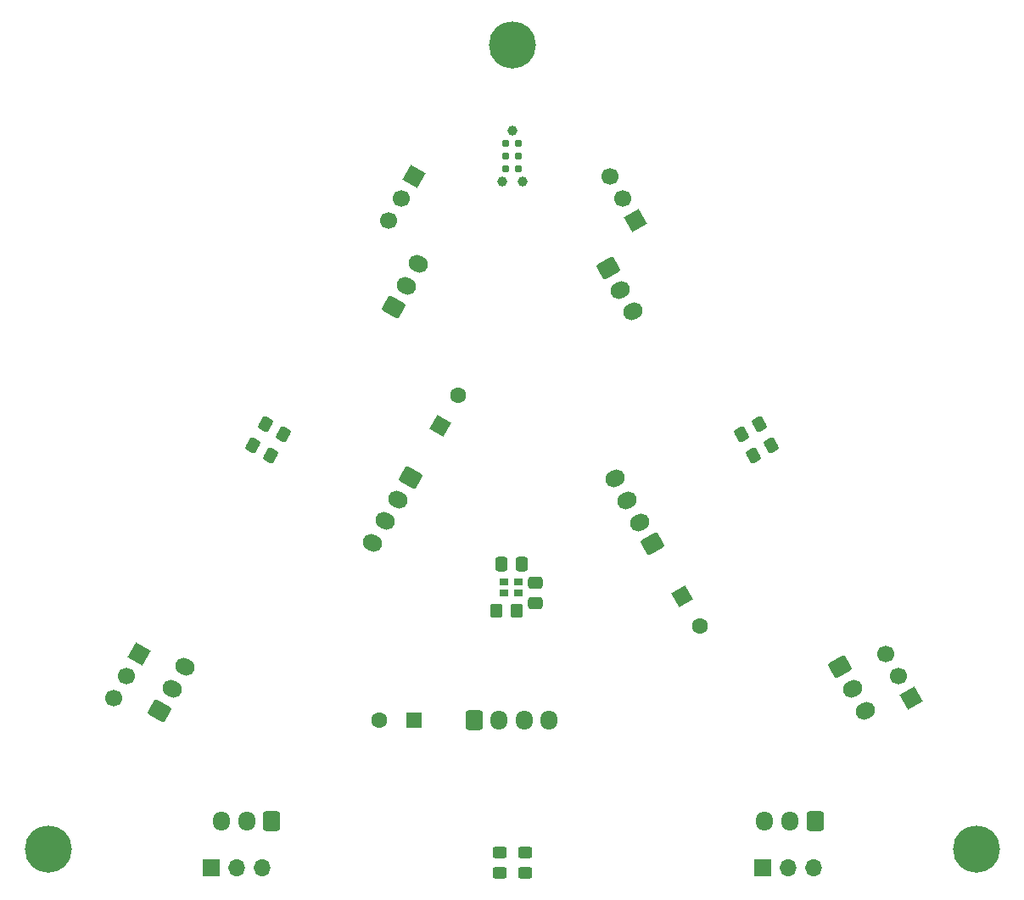
<source format=gbr>
%TF.GenerationSoftware,KiCad,Pcbnew,7.0.7*%
%TF.CreationDate,2023-11-13T09:37:15+01:00*%
%TF.ProjectId,Small,536d616c-6c2e-46b6-9963-61645f706362,rev?*%
%TF.SameCoordinates,Original*%
%TF.FileFunction,Soldermask,Bot*%
%TF.FilePolarity,Negative*%
%FSLAX46Y46*%
G04 Gerber Fmt 4.6, Leading zero omitted, Abs format (unit mm)*
G04 Created by KiCad (PCBNEW 7.0.7) date 2023-11-13 09:37:15*
%MOMM*%
%LPD*%
G01*
G04 APERTURE LIST*
G04 Aperture macros list*
%AMRoundRect*
0 Rectangle with rounded corners*
0 $1 Rounding radius*
0 $2 $3 $4 $5 $6 $7 $8 $9 X,Y pos of 4 corners*
0 Add a 4 corners polygon primitive as box body*
4,1,4,$2,$3,$4,$5,$6,$7,$8,$9,$2,$3,0*
0 Add four circle primitives for the rounded corners*
1,1,$1+$1,$2,$3*
1,1,$1+$1,$4,$5*
1,1,$1+$1,$6,$7*
1,1,$1+$1,$8,$9*
0 Add four rect primitives between the rounded corners*
20,1,$1+$1,$2,$3,$4,$5,0*
20,1,$1+$1,$4,$5,$6,$7,0*
20,1,$1+$1,$6,$7,$8,$9,0*
20,1,$1+$1,$8,$9,$2,$3,0*%
%AMHorizOval*
0 Thick line with rounded ends*
0 $1 width*
0 $2 $3 position (X,Y) of the first rounded end (center of the circle)*
0 $4 $5 position (X,Y) of the second rounded end (center of the circle)*
0 Add line between two ends*
20,1,$1,$2,$3,$4,$5,0*
0 Add two circle primitives to create the rounded ends*
1,1,$1,$2,$3*
1,1,$1,$4,$5*%
%AMRotRect*
0 Rectangle, with rotation*
0 The origin of the aperture is its center*
0 $1 length*
0 $2 width*
0 $3 Rotation angle, in degrees counterclockwise*
0 Add horizontal line*
21,1,$1,$2,0,0,$3*%
G04 Aperture macros list end*
%ADD10RoundRect,0.250000X0.600000X0.725000X-0.600000X0.725000X-0.600000X-0.725000X0.600000X-0.725000X0*%
%ADD11O,1.700000X1.950000*%
%ADD12R,1.700000X1.700000*%
%ADD13O,1.700000X1.700000*%
%ADD14RoundRect,0.250000X0.927868X-0.157115X0.327868X0.882115X-0.927868X0.157115X-0.327868X-0.882115X0*%
%ADD15HorizOval,1.700000X0.108253X0.062500X-0.108253X-0.062500X0*%
%ADD16R,1.600000X1.600000*%
%ADD17C,1.600000*%
%ADD18RoundRect,0.250000X-0.927868X0.157115X-0.327868X-0.882115X0.927868X-0.157115X0.327868X0.882115X0*%
%ADD19HorizOval,1.700000X-0.108253X-0.062500X0.108253X0.062500X0*%
%ADD20RoundRect,0.250000X-0.327868X0.882115X-0.927868X-0.157115X0.327868X-0.882115X0.927868X0.157115X0*%
%ADD21HorizOval,1.700000X-0.108253X0.062500X0.108253X-0.062500X0*%
%ADD22RotRect,1.700000X1.700000X210.000000*%
%ADD23HorizOval,1.700000X0.000000X0.000000X0.000000X0.000000X0*%
%ADD24RotRect,1.600000X1.600000X60.000000*%
%ADD25C,4.700000*%
%ADD26RoundRect,0.250000X-0.600000X-0.725000X0.600000X-0.725000X0.600000X0.725000X-0.600000X0.725000X0*%
%ADD27RoundRect,0.250000X0.327868X-0.882115X0.927868X0.157115X-0.327868X0.882115X-0.927868X-0.157115X0*%
%ADD28RotRect,1.600000X1.600000X300.000000*%
%ADD29RotRect,1.700000X1.700000X330.000000*%
%ADD30HorizOval,1.700000X0.000000X0.000000X0.000000X0.000000X0*%
%ADD31RoundRect,0.250000X-0.056458X-0.552211X0.506458X-0.227211X0.056458X0.552211X-0.506458X0.227211X0*%
%ADD32RoundRect,0.250000X-0.475000X0.337500X-0.475000X-0.337500X0.475000X-0.337500X0.475000X0.337500X0*%
%ADD33RoundRect,0.250000X0.337500X0.475000X-0.337500X0.475000X-0.337500X-0.475000X0.337500X-0.475000X0*%
%ADD34RoundRect,0.250000X0.506458X0.227211X-0.056458X0.552211X-0.506458X-0.227211X0.056458X-0.552211X0*%
%ADD35C,0.990600*%
%ADD36C,0.787400*%
%ADD37R,0.900000X0.800000*%
%ADD38RoundRect,0.250000X0.350000X0.450000X-0.350000X0.450000X-0.350000X-0.450000X0.350000X-0.450000X0*%
%ADD39RoundRect,0.250000X-0.450000X0.325000X-0.450000X-0.325000X0.450000X-0.325000X0.450000X0.325000X0*%
G04 APERTURE END LIST*
D10*
%TO.C,J14*%
X51000000Y-112200000D03*
D11*
X48500000Y-112200000D03*
X46000000Y-112200000D03*
%TD*%
D12*
%TO.C,J9*%
X99975000Y-116875000D03*
D13*
X102515000Y-116875000D03*
X105055000Y-116875000D03*
%TD*%
D14*
%TO.C,J4*%
X88983166Y-84571833D03*
D15*
X87733166Y-82406769D03*
X86483166Y-80241706D03*
X85233166Y-78076642D03*
%TD*%
D16*
%TO.C,C8*%
X65190000Y-102192400D03*
D17*
X61690000Y-102192400D03*
%TD*%
D18*
%TO.C,J16*%
X107700000Y-96869873D03*
D19*
X108950000Y-99034937D03*
X110200000Y-101200000D03*
%TD*%
D20*
%TO.C,J7*%
X64826833Y-77972720D03*
D21*
X63576833Y-80137784D03*
X62326833Y-82302847D03*
X61076833Y-84467911D03*
%TD*%
D22*
%TO.C,J10*%
X114806171Y-99933452D03*
D23*
X113536171Y-97733747D03*
X112266171Y-95534043D03*
%TD*%
D24*
%TO.C,C11*%
X67826833Y-72776567D03*
D17*
X69576833Y-69745478D03*
%TD*%
D25*
%TO.C,H1*%
X121339746Y-115000000D03*
%TD*%
D26*
%TO.C,J2*%
X71190000Y-102192400D03*
D11*
X73690000Y-102192400D03*
X76190000Y-102192400D03*
X78690000Y-102192400D03*
%TD*%
D12*
%TO.C,J8*%
X44975000Y-116875000D03*
D13*
X47515000Y-116875000D03*
X50055000Y-116875000D03*
%TD*%
D18*
%TO.C,J17*%
X84550000Y-57034936D03*
D19*
X85800000Y-59200000D03*
X87050000Y-61365063D03*
%TD*%
D27*
%TO.C,J18*%
X63150000Y-60965064D03*
D21*
X64400000Y-58800000D03*
X65650000Y-56634937D03*
%TD*%
D28*
%TO.C,C1*%
X91983166Y-89767986D03*
D17*
X93733166Y-92799075D03*
%TD*%
D25*
%TO.C,H3*%
X75000000Y-34737078D03*
%TD*%
D22*
%TO.C,J11*%
X87306171Y-52301927D03*
D23*
X86036171Y-50102222D03*
X84766171Y-47902518D03*
%TD*%
D25*
%TO.C,H2*%
X28660215Y-115000000D03*
%TD*%
D29*
%TO.C,J13*%
X37718829Y-95560024D03*
D30*
X36448829Y-97759729D03*
X35178829Y-99959433D03*
%TD*%
D10*
%TO.C,J15*%
X105200000Y-112200000D03*
D11*
X102700000Y-112200000D03*
X100200000Y-112200000D03*
%TD*%
D29*
%TO.C,J12*%
X65218830Y-47928499D03*
D30*
X63948830Y-50128204D03*
X62678830Y-52327908D03*
%TD*%
D27*
%TO.C,J19*%
X39800000Y-101200000D03*
D21*
X41050000Y-99034936D03*
X42300000Y-96869873D03*
%TD*%
D31*
%TO.C,D3*%
X99097983Y-75776008D03*
X100873335Y-74751008D03*
%TD*%
D32*
%TO.C,C16*%
X77300000Y-88425000D03*
X77300000Y-90500000D03*
%TD*%
D33*
%TO.C,C12*%
X75975000Y-86600000D03*
X73900000Y-86600000D03*
%TD*%
D34*
%TO.C,D5*%
X52152017Y-73610945D03*
X50376665Y-72585945D03*
%TD*%
D35*
%TO.C,J27*%
X75000000Y-43300000D03*
X76016000Y-48380000D03*
X73984000Y-48380000D03*
D36*
X75635000Y-44570000D03*
X74365000Y-44570000D03*
X75635000Y-45840000D03*
X74365000Y-45840000D03*
X75635000Y-47110000D03*
X74365000Y-47110000D03*
%TD*%
D37*
%TO.C,Y1*%
X75600000Y-89500000D03*
X74200000Y-89500000D03*
X74200000Y-88400000D03*
X75600000Y-88400000D03*
%TD*%
D38*
%TO.C,R15*%
X75400000Y-91250000D03*
X73400000Y-91250000D03*
%TD*%
D31*
%TO.C,D4*%
X97847983Y-73610943D03*
X99623335Y-72585943D03*
%TD*%
D34*
%TO.C,D6*%
X50902017Y-75776008D03*
X49126665Y-74751008D03*
%TD*%
D39*
%TO.C,D2*%
X76250000Y-115350000D03*
X76250000Y-117400000D03*
%TD*%
%TO.C,D1*%
X73750000Y-115350000D03*
X73750000Y-117400000D03*
%TD*%
M02*

</source>
